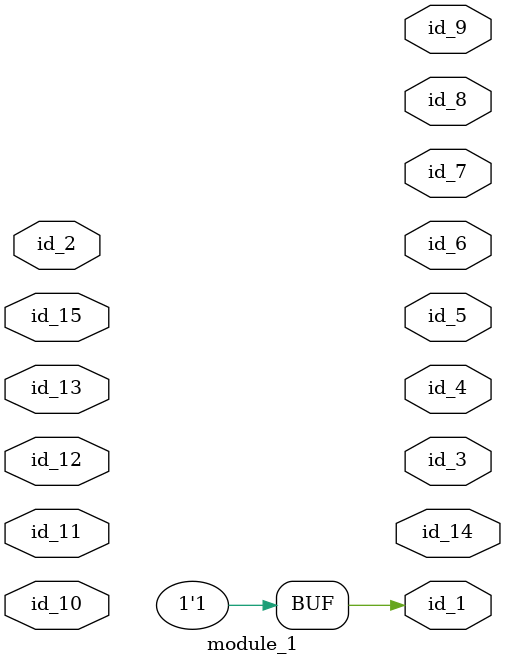
<source format=v>
module module_0;
  wire id_1;
endmodule
module module_1 (
    id_1,
    id_2,
    id_3,
    id_4,
    id_5,
    id_6,
    id_7,
    id_8,
    id_9,
    id_10,
    id_11,
    id_12,
    id_13,
    id_14,
    id_15
);
  inout wire id_15;
  output wire id_14;
  inout wire id_13;
  input wire id_12;
  input wire id_11;
  input wire id_10;
  output wire id_9;
  output wire id_8;
  output wire id_7;
  output wire id_6;
  output wire id_5;
  output wire id_4;
  output wire id_3;
  inout wire id_2;
  output wire id_1;
  parameter id_16 = 1;
  module_0 modCall_1 ();
  assign id_1 = -1;
endmodule

</source>
